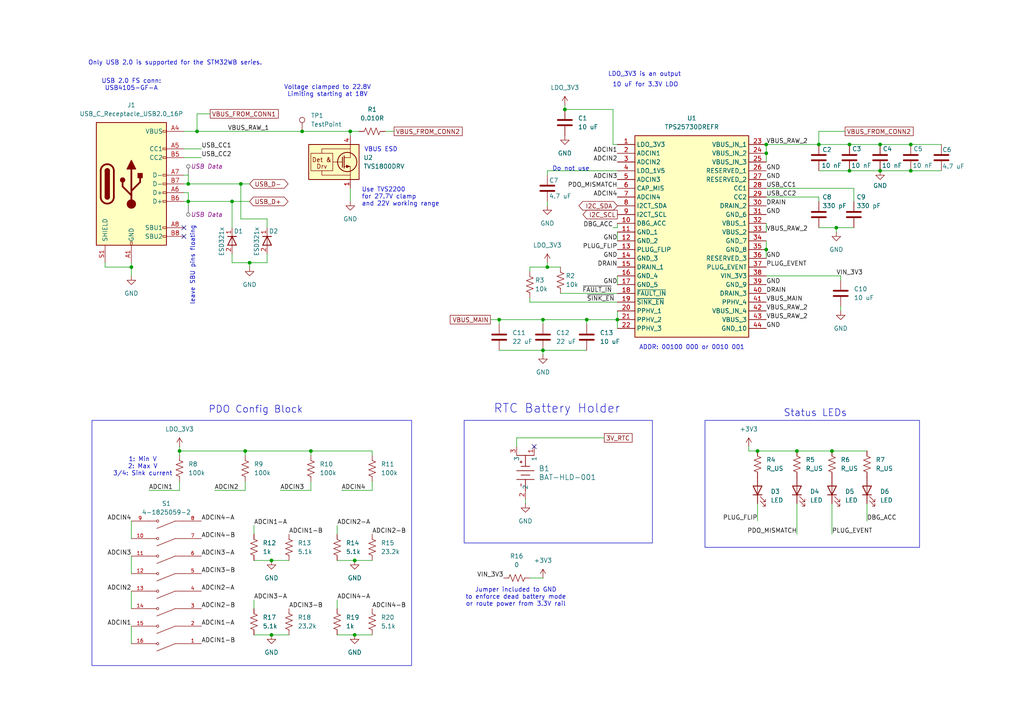
<source format=kicad_sch>
(kicad_sch (version 20231120) (generator "eeschema") (generator_version "8.0")
  (paper "A4")
  (title_block (title "Jakka1") (rev "1") (company "Jacob Kapala"))
  (lib_symbols
    (symbol "Connector:TestPoint" (pin_numbers hide) (pin_names (offset 0.762) hide)
      (property "Reference" "TP" (at 0 6.858 0))
      (property "Value" "TestPoint" (at 0 5.08 0))
      (symbol "TestPoint_0_1"
        (circle (center 0 3.302) (radius 0.762))
      )
      (symbol "TestPoint_1_1"
        (pin passive line (at 0 0 90) (length 2.54) (name "1") (number "1"))
      )
    )
    (symbol "Connector:USB_C_Receptacle_USB2.0_16P" (pin_names (offset 1.016))
      (property "Reference" "J" (at 0 22.225 0))
      (property "Value" "USB_C_Receptacle_USB2.0_16P" (at 0 19.685 0))
      (symbol "USB_C_Receptacle_USB2.0_16P_0_0"
        (rectangle (start -0.254 -17.78) (end 0.254 -16.764))
        (rectangle (start 10.16 -14.986) (end 9.144 -15.494))
        (rectangle (start 10.16 -12.446) (end 9.144 -12.954))
        (rectangle (start 10.16 -4.826) (end 9.144 -5.334))
        (rectangle (start 10.16 -2.286) (end 9.144 -2.794))
        (rectangle (start 10.16 0.254) (end 9.144 -0.254))
        (rectangle (start 10.16 2.794) (end 9.144 2.286))
        (rectangle (start 10.16 7.874) (end 9.144 7.366))
        (rectangle (start 10.16 10.414) (end 9.144 9.906))
        (rectangle (start 10.16 15.494) (end 9.144 14.986))
      )
      (symbol "USB_C_Receptacle_USB2.0_16P_0_1"
        (rectangle (start -10.16 17.78) (end 10.16 -17.78) (stroke (width 0.254)) (fill (type background)))
        (arc (start -8.89 -3.81) (mid -6.985 -5.7067) (end -5.08 -3.81) (stroke (width 0.508)))
        (arc (start -7.62 -3.81) (mid -6.985 -4.4423) (end -6.35 -3.81) (stroke (width 0.254)))
        (arc (start -7.62 -3.81) (mid -6.985 -4.4423) (end -6.35 -3.81) (stroke (width 0.254)) (fill (type outline)))
        (rectangle (start -7.62 -3.81) (end -6.35 3.81) (stroke (width 0.254)) (fill (type outline)))
        (arc (start -6.35 3.81) (mid -6.985 4.4423) (end -7.62 3.81) (stroke (width 0.254)))
        (arc (start -6.35 3.81) (mid -6.985 4.4423) (end -7.62 3.81) (stroke (width 0.254)) (fill (type outline)))
        (arc (start -5.08 3.81) (mid -6.985 5.7067) (end -8.89 3.81) (stroke (width 0.508)))
        (circle (center -2.54 1.143) (radius 0.635) (stroke (width 0.254)) (fill (type outline)))
        (circle (center 0 -5.842) (radius 1.27) (fill (type outline)))
        (polyline (pts (xy -8.89 -3.81) (xy -8.89 3.81)) (stroke (width 0.508)))
        (polyline (pts (xy -5.08 3.81) (xy -5.08 -3.81)) (stroke (width 0.508)))
        (polyline (pts (xy 0 -5.842) (xy 0 4.318)) (stroke (width 0.508)))
        (polyline (pts (xy 0 -3.302) (xy -2.54 -0.762) (xy -2.54 0.508)) (stroke (width 0.508)))
        (polyline (pts (xy 0 -2.032) (xy 2.54 0.508) (xy 2.54 1.778)) (stroke (width 0.508)))
        (polyline (pts (xy -1.27 4.318) (xy 0 6.858) (xy 1.27 4.318) (xy -1.27 4.318)) (stroke (width 0.254)) (fill (type outline)))
        (rectangle (start 1.905 1.778) (end 3.175 3.048) (stroke (width 0.254)) (fill (type outline)))
      )
      (symbol "USB_C_Receptacle_USB2.0_16P_1_1"
        (pin passive line (at 0 -22.86 90) (length 5.08) (name "GND") (number "A1"))
        (pin passive line (at 0 -22.86 90) (length 5.08) hide (name "GND") (number "A12"))
        (pin passive line (at 15.24 15.24 180) (length 5.08) (name "VBUS") (number "A4"))
        (pin bidirectional line (at 15.24 10.16 180) (length 5.08) (name "CC1") (number "A5"))
        (pin bidirectional line (at 15.24 -2.54 180) (length 5.08) (name "D+") (number "A6"))
        (pin bidirectional line (at 15.24 2.54 180) (length 5.08) (name "D-") (number "A7"))
        (pin bidirectional line (at 15.24 -12.7 180) (length 5.08) (name "SBU1") (number "A8"))
        (pin passive line (at 15.24 15.24 180) (length 5.08) hide (name "VBUS") (number "A9"))
        (pin passive line (at 0 -22.86 90) (length 5.08) hide (name "GND") (number "B1"))
        (pin passive line (at 0 -22.86 90) (length 5.08) hide (name "GND") (number "B12"))
        (pin passive line (at 15.24 15.24 180) (length 5.08) hide (name "VBUS") (number "B4"))
        (pin bidirectional line (at 15.24 7.62 180) (length 5.08) (name "CC2") (number "B5"))
        (pin bidirectional line (at 15.24 -5.08 180) (length 5.08) (name "D+") (number "B6"))
        (pin bidirectional line (at 15.24 0 180) (length 5.08) (name "D-") (number "B7"))
        (pin bidirectional line (at 15.24 -15.24 180) (length 5.08) (name "SBU2") (number "B8"))
        (pin passive line (at 15.24 15.24 180) (length 5.08) hide (name "VBUS") (number "B9"))
        (pin passive line (at -7.62 -22.86 90) (length 5.08) (name "SHIELD") (number "S1"))
      )
    )
    (symbol "Device:C" (pin_numbers hide) (pin_names (offset 0.254))
      (property "Reference" "C" (at 0.635 2.54 0))
      (property "Value" "C" (at 0.635 -2.54 0))
      (symbol "C_0_1"
        (polyline (pts (xy -2.032 -0.762) (xy 2.032 -0.762)) (stroke (width 0.508)))
        (polyline (pts (xy -2.032 0.762) (xy 2.032 0.762)) (stroke (width 0.508)))
      )
      (symbol "C_1_1"
        (pin passive line (at 0 3.81 270) (length 2.794) (name "~") (number "1"))
        (pin passive line (at 0 -3.81 90) (length 2.794) (name "~") (number "2"))
      )
    )
    (symbol "Device:LED" (pin_numbers hide) (pin_names (offset 1.016) hide)
      (property "Reference" "D" (at 0 2.54 0))
      (property "Value" "LED" (at 0 -2.54 0))
      (symbol "LED_0_1"
        (polyline (pts (xy -1.27 -1.27) (xy -1.27 1.27)) (stroke (width 0.254)))
        (polyline (pts (xy -1.27 0) (xy 1.27 0)))
        (polyline (pts (xy 1.27 -1.27) (xy 1.27 1.27) (xy -1.27 0) (xy 1.27 -1.27)) (stroke (width 0.254)))
        (polyline (pts (xy -3.048 -0.762) (xy -4.572 -2.286) (xy -3.81 -2.286) (xy -4.572 -2.286) (xy -4.572 -1.524)))
        (polyline (pts (xy -1.778 -0.762) (xy -3.302 -2.286) (xy -2.54 -2.286) (xy -3.302 -2.286) (xy -3.302 -1.524)))
      )
      (symbol "LED_1_1"
        (pin passive line (at -3.81 0 0) (length 2.54) (name "K") (number "1"))
        (pin passive line (at 3.81 0 180) (length 2.54) (name "A") (number "2"))
      )
    )
    (symbol "Device:R_US" (pin_numbers hide) (pin_names (offset 0))
      (property "Reference" "R" (at 2.54 0 90))
      (property "Value" "R_US" (at -2.54 0 90))
      (symbol "R_US_0_1"
        (polyline (pts (xy 0 -2.286) (xy 0 -2.54)))
        (polyline (pts (xy 0 2.286) (xy 0 2.54)))
        (polyline (pts (xy 0 -0.762) (xy 1.016 -1.143) (xy 0 -1.524) (xy -1.016 -1.905) (xy 0 -2.286)))
        (polyline (pts (xy 0 0.762) (xy 1.016 0.381) (xy 0 0) (xy -1.016 -0.381) (xy 0 -0.762)))
        (polyline (pts (xy 0 2.286) (xy 1.016 1.905) (xy 0 1.524) (xy -1.016 1.143) (xy 0 0.762)))
      )
      (symbol "R_US_1_1"
        (pin passive line (at 0 3.81 270) (length 1.27) (name "~") (number "1"))
        (pin passive line (at 0 -3.81 90) (length 1.27) (name "~") (number "2"))
      )
    )
    (symbol "Power_Protection:TVS1800DRV" (pin_names (offset 0) hide)
      (property "Reference" "U" (at 2.54 1.27 0))
      (property "Value" "TVS1800DRV" (at 2.54 -1.27 0))
      (symbol "TVS1800DRV_0_0"
        (rectangle (start -11.43 2.54) (end -5.08 -2.54))
        (polyline (pts (xy 0 1.27) (xy -1.778 1.27)))
        (polyline (pts (xy -8.255 -2.54) (xy -8.255 -3.81) (xy 0 -3.81)))
        (polyline (pts (xy -8.255 2.54) (xy -8.255 3.81) (xy 0 3.81)))
        (text "Det &" (at -8.255 0.635 0) (effects (font (size 1.27 1.27))))
        (text "Drv" (at -8.255 -1.27 0) (effects (font (size 1.27 1.27))))
      )
      (symbol "TVS1800DRV_0_1"
        (rectangle (start -12.065 5.08) (end 2.54 -5.08) (stroke (width 0.254)) (fill (type background)))
        (circle (center -0.889 0) (radius 2.794) (stroke (width 0.254)))
        (polyline (pts (xy -2.286 0) (xy -5.08 0)))
        (polyline (pts (xy -2.286 1.397) (xy -2.286 -1.524)) (stroke (width 0.254)))
        (polyline (pts (xy -1.778 1.778) (xy -1.778 -1.778)) (stroke (width 0.254)))
        (polyline (pts (xy 0 -2.54) (xy 0 -5.08)))
        (polyline (pts (xy 0 2.54) (xy 0 1.27)))
        (polyline (pts (xy 0 5.08) (xy 0 2.54)))
        (polyline (pts (xy 0 -2.54) (xy 0 -1.27) (xy -1.778 -1.27)))
        (polyline (pts (xy -0.127 -1.27) (xy -1.143 -1.651) (xy -1.143 -0.889) (xy -0.127 -1.27)) (fill (type outline)))
      )
      (symbol "TVS1800DRV_1_1"
        (pin power_in line (at 0 -7.62 90) (length 2.54) (name "GND") (number "1"))
        (pin passive line (at 0 -7.62 90) (length 2.54) hide (name "GND") (number "2"))
        (pin passive line (at 0 -7.62 90) (length 2.54) hide (name "GND") (number "3"))
        (pin passive line (at 0 7.62 270) (length 2.54) (name "IN") (number "4"))
        (pin passive line (at 0 7.62 270) (length 2.54) hide (name "IN") (number "5"))
        (pin passive line (at 0 7.62 270) (length 2.54) hide (name "IN") (number "6"))
        (pin passive line (at 0 -7.62 90) (length 2.54) hide (name "GND") (number "7"))
      )
    )
    (symbol "jka_library:4-1825059-2" (pin_names (offset 1.016) hide)
      (property "Reference" "S" (at -5.08 21.59 0))
      (property "Value" "4-1825059-2" (at -5.08 -22.86 0))
      (symbol "4-1825059-2_0_0"
        (polyline (pts (xy -2.54 -17.78) (xy -5.08 -17.78)) (stroke (width 0.1524)))
        (polyline (pts (xy -2.54 -17.78) (xy 2.794 -15.6464)) (stroke (width 0.1524)))
        (polyline (pts (xy -2.54 -12.7) (xy -5.08 -12.7)) (stroke (width 0.1524)))
        (polyline (pts (xy -2.54 -12.7) (xy 2.794 -10.5664)) (stroke (width 0.1524)))
        (polyline (pts (xy -2.54 -7.62) (xy -5.08 -7.62)) (stroke (width 0.1524)))
        (polyline (pts (xy -2.54 -7.62) (xy 2.794 -5.4864)) (stroke (width 0.1524)))
        (polyline (pts (xy -2.54 -2.54) (xy -5.08 -2.54)) (stroke (width 0.1524)))
        (polyline (pts (xy -2.54 -2.54) (xy 2.794 -0.4064)) (stroke (width 0.1524)))
        (polyline (pts (xy -2.54 2.54) (xy -5.08 2.54)) (stroke (width 0.1524)))
        (polyline (pts (xy -2.54 2.54) (xy 2.794 4.6736)) (stroke (width 0.1524)))
        (polyline (pts (xy -2.54 7.62) (xy -5.08 7.62)) (stroke (width 0.1524)))
        (polyline (pts (xy -2.54 7.62) (xy 2.794 9.7536)) (stroke (width 0.1524)))
        (polyline (pts (xy -2.54 12.7) (xy -5.08 12.7)) (stroke (width 0.1524)))
        (polyline (pts (xy -2.54 12.7) (xy 2.794 14.8336)) (stroke (width 0.1524)))
        (polyline (pts (xy -2.54 17.78) (xy -5.08 17.78)) (stroke (width 0.1524)))
        (polyline (pts (xy -2.54 17.78) (xy 2.794 19.9136)) (stroke (width 0.1524)))
        (polyline (pts (xy 5.08 -17.78) (xy 2.921 -17.78)) (stroke (width 0.1524)))
        (polyline (pts (xy 5.08 -12.7) (xy 2.921 -12.7)) (stroke (width 0.1524)))
        (polyline (pts (xy 5.08 -7.62) (xy 2.921 -7.62)) (stroke (width 0.1524)))
        (polyline (pts (xy 5.08 -2.54) (xy 2.921 -2.54)) (stroke (width 0.1524)))
        (polyline (pts (xy 5.08 2.54) (xy 2.921 2.54)) (stroke (width 0.1524)))
        (polyline (pts (xy 5.08 7.62) (xy 2.921 7.62)) (stroke (width 0.1524)))
        (polyline (pts (xy 5.08 12.7) (xy 2.921 12.7)) (stroke (width 0.1524)))
        (polyline (pts (xy 5.08 17.78) (xy 2.921 17.78)) (stroke (width 0.1524)))
        (circle (center 2.54 -17.78) (radius 0.3302) (stroke (width 0.1524)))
        (circle (center 2.54 -12.7) (radius 0.3302) (stroke (width 0.1524)))
        (circle (center 2.54 -7.62) (radius 0.3302) (stroke (width 0.1524)))
        (circle (center 2.54 -2.54) (radius 0.3302) (stroke (width 0.1524)))
        (circle (center 2.54 2.54) (radius 0.3302) (stroke (width 0.1524)))
        (circle (center 2.54 7.62) (radius 0.3302) (stroke (width 0.1524)))
        (circle (center 2.54 12.7) (radius 0.3302) (stroke (width 0.1524)))
        (circle (center 2.54 17.78) (radius 0.3302) (stroke (width 0.1524)))
        (pin passive line (at -10.16 17.78 0) (length 5.08) (name "~") (number "1"))
        (pin passive line (at 10.16 -12.7 180) (length 5.08) (name "~") (number "10"))
        (pin passive line (at 10.16 -7.62 180) (length 5.08) (name "~") (number "11"))
        (pin passive line (at 10.16 -2.54 180) (length 5.08) (name "~") (number "12"))
        (pin passive line (at 10.16 2.54 180) (length 5.08) (name "~") (number "13"))
        (pin passive line (at 10.16 7.62 180) (length 5.08) (name "~") (number "14"))
        (pin passive line (at 10.16 12.7 180) (length 5.08) (name "~") (number "15"))
        (pin passive line (at 10.16 17.78 180) (length 5.08) (name "~") (number "16"))
        (pin passive line (at -10.16 12.7 0) (length 5.08) (name "~") (number "2"))
        (pin passive line (at -10.16 7.62 0) (length 5.08) (name "~") (number "3"))
        (pin passive line (at -10.16 2.54 0) (length 5.08) (name "~") (number "4"))
        (pin passive line (at -10.16 -2.54 0) (length 5.08) (name "~") (number "5"))
        (pin passive line (at -10.16 -7.62 0) (length 5.08) (name "~") (number "6"))
        (pin passive line (at -10.16 -12.7 0) (length 5.08) (name "~") (number "7"))
        (pin passive line (at -10.16 -17.78 0) (length 5.08) (name "~") (number "8"))
        (pin passive line (at 10.16 -17.78 180) (length 5.08) (name "~") (number "9"))
      )
    )
    (symbol "jka_library:BAT-HLD-001" (pin_names (offset 0.254))
      (property "Reference" "B" (at 7.62 5.08 0))
      (property "Value" "BAT-HLD-001" (at 7.62 5.08 0))
      (symbol "BAT-HLD-001_0_1"
        (polyline (pts (xy 2.54 -5.08) (xy 2.54 0)) (stroke (width 0.2032)))
        (polyline (pts (xy 2.54 -2.54) (xy 5.715 -2.54)) (stroke (width 0.2032)))
        (polyline (pts (xy 4.1275 -3.81) (xy 4.7625 -3.81)) (stroke (width 0.2032)))
        (polyline (pts (xy 4.445 -4.1275) (xy 4.445 -3.4925)) (stroke (width 0.2032)))
        (polyline (pts (xy 5.715 -1.27) (xy 5.715 -3.81)) (stroke (width 0.2032)))
        (polyline (pts (xy 6.985 0) (xy 6.985 -5.08)) (stroke (width 0.2032)))
        (polyline (pts (xy 8.255 -1.27) (xy 8.255 -3.81)) (stroke (width 0.2032)))
        (polyline (pts (xy 9.525 0) (xy 9.525 -5.08)) (stroke (width 0.2032)))
        (polyline (pts (xy 10.795 -3.81) (xy 11.43 -3.81)) (stroke (width 0.2032)))
        (polyline (pts (xy 12.7 -2.54) (xy 9.525 -2.54)) (stroke (width 0.2032)))
        (pin unspecified line (at 0 0 0) (length 2.54) (name "1") (number "1"))
        (pin unspecified line (at 15.24 -2.54 180) (length 2.54) (name "2") (number "2"))
        (pin unspecified line (at 0 -5.08 0) (length 2.54) (name "3") (number "3"))
      )
    )
    (symbol "jka_library:ESD321DYAR" (pin_names hide)
      (property "Reference" "D" (at -0.254 5.08 0))
      (property "Value" "ESD321DYAR" (at -0.254 2.54 0))
      (symbol "ESD321DYAR_0_1"
        (polyline (pts (xy 2.54 -1.27) (xy 2.54 1.27)) (stroke (width 0.254)))
        (polyline (pts (xy 2.54 0) (xy 5.08 0)))
        (polyline (pts (xy 5.08 -1.27) (xy 5.08 1.27) (xy 2.54 0) (xy 5.08 -1.27)) (stroke (width 0.254)))
      )
      (symbol "ESD321DYAR_1_1"
        (pin passive line (at 0 0 0) (length 2.54) (name "K") (number "1"))
        (pin passive line (at 7.62 0 180) (length 2.54) (name "A") (number "2"))
      )
    )
    (symbol "jka_library:TPS25730DREFR"
      (property "Reference" "IC" (at 39.37 7.62 0))
      (property "Value" "TPS25730DREFR" (at 39.37 5.08 0))
      (symbol "TPS25730DREFR_1_1"
        (rectangle (start 5.08 2.54) (end 38.1 -55.88) (stroke (width 0.254)) (fill (type background)))
        (pin passive line (at 0 0 0) (length 5.08) (name "LDO_3V3") (number "1"))
        (pin passive line (at 0 -22.86 0) (length 5.08) (name "DBG_ACC") (number "10"))
        (pin passive line (at 0 -25.4 0) (length 5.08) (name "GND_1") (number "11"))
        (pin passive line (at 0 -27.94 0) (length 5.08) (name "GND_2") (number "12"))
        (pin passive line (at 0 -30.48 0) (length 5.08) (name "PLUG_FLIP") (number "13"))
        (pin passive line (at 0 -33.02 0) (length 5.08) (name "GND_3") (number "14"))
        (pin passive line (at 0 -35.56 0) (length 5.08) (name "DRAIN_1") (number "15"))
        (pin passive line (at 0 -38.1 0) (length 5.08) (name "GND_4") (number "16"))
        (pin passive line (at 0 -40.64 0) (length 5.08) (name "GND_5") (number "17"))
        (pin passive line (at 0 -43.18 0) (length 5.08) (name "~{FAULT_IN}") (number "18"))
        (pin passive line (at 0 -45.72 0) (length 5.08) (name "~{SINK_EN}") (number "19"))
        (pin passive line (at 0 -2.54 0) (length 5.08) (name "ADCIN1") (number "2"))
        (pin passive line (at 0 -48.26 0) (length 5.08) (name "PPHV_1") (number "20"))
        (pin passive line (at 0 -50.8 0) (length 5.08) (name "PPHV_2") (number "21"))
        (pin passive line (at 0 -53.34 0) (length 5.08) (name "PPHV_3") (number "22"))
        (pin passive line (at 43.18 0 180) (length 5.08) (name "VBUS_IN_1") (number "23"))
        (pin passive line (at 43.18 -2.54 180) (length 5.08) (name "VBUS_IN_2") (number "24"))
        (pin passive line (at 43.18 -5.08 180) (length 5.08) (name "VBUS_IN_3") (number "25"))
        (pin passive line (at 43.18 -7.62 180) (length 5.08) (name "RESERVED_1") (number "26"))
        (pin passive line (at 43.18 -10.16 180) (length 5.08) (name "RESERVED_2") (number "27"))
        (pin passive line (at 43.18 -12.7 180) (length 5.08) (name "CC1") (number "28"))
        (pin passive line (at 43.18 -15.24 180) (length 5.08) (name "CC2") (number "29"))
        (pin passive line (at 0 -5.08 0) (length 5.08) (name "ADCIN2") (number "3"))
        (pin passive line (at 43.18 -17.78 180) (length 5.08) (name "DRAIN_2") (number "30"))
        (pin passive line (at 43.18 -20.32 180) (length 5.08) (name "GND_6") (number "31"))
        (pin passive line (at 43.18 -22.86 180) (length 5.08) (name "VBUS_1") (number "32"))
        (pin passive line (at 43.18 -25.4 180) (length 5.08) (name "VBUS_2") (number "33"))
        (pin passive line (at 43.18 -27.94 180) (length 5.08) (name "GND_7") (number "34"))
        (pin passive line (at 43.18 -30.48 180) (length 5.08) (name "GND_8") (number "35"))
        (pin passive line (at 43.18 -33.02 180) (length 5.08) (name "RESERVED_3") (number "36"))
        (pin passive line (at 43.18 -35.56 180) (length 5.08) (name "PLUG_EVENT") (number "37"))
        (pin passive line (at 43.18 -38.1 180) (length 5.08) (name "VIN_3V3") (number "38"))
        (pin passive line (at 43.18 -40.64 180) (length 5.08) (name "GND_9") (number "39"))
        (pin passive line (at 0 -7.62 0) (length 5.08) (name "LDO_1V5") (number "4"))
        (pin passive line (at 43.18 -43.18 180) (length 5.08) (name "DRAIN_3") (number "40"))
        (pin passive line (at 43.18 -45.72 180) (length 5.08) (name "PPHV_4") (number "41"))
        (pin passive line (at 43.18 -48.26 180) (length 5.08) (name "VBUS_IN_4") (number "42"))
        (pin passive line (at 43.18 -50.8 180) (length 5.08) (name "VBUS_3") (number "43"))
        (pin passive line (at 43.18 -53.34 180) (length 5.08) (name "GND_10") (number "44"))
        (pin passive line (at 0 -10.16 0) (length 5.08) (name "ADCIN3") (number "5"))
        (pin passive line (at 0 -12.7 0) (length 5.08) (name "CAP_MIS") (number "6"))
        (pin passive line (at 0 -15.24 0) (length 5.08) (name "ADCIN4") (number "7"))
        (pin passive line (at 0 -17.78 0) (length 5.08) (name "I2CT_SDA") (number "8"))
        (pin passive line (at 0 -20.32 0) (length 5.08) (name "I2CT_SCL") (number "9"))
      )
    )
    (symbol "power:+3V3" (power) (pin_numbers hide) (pin_names (offset 0) hide)
      (property "Value" "+3V3" (at 0 3.556 0))
      (symbol "+3V3_0_1"
        (polyline (pts (xy -0.762 1.27) (xy 0 2.54)))
        (polyline (pts (xy 0 0) (xy 0 2.54)))
        (polyline (pts (xy 0 2.54) (xy 0.762 1.27)))
      )
      (symbol "+3V3_1_1"
        (pin power_in line (at 0 0 90) (length 0) (name "~") (number "1"))
      )
    )
    (symbol "power:GND" (power) (pin_numbers hide) (pin_names (offset 0) hide)
      (property "Value" "GND" (at 0 -3.81 0))
      (symbol "GND_0_1"
        (polyline (pts (xy 0 0) (xy 0 -1.27) (xy 1.27 -1.27) (xy 0 -2.54) (xy -1.27 -1.27) (xy 0 -1.27)))
      )
      (symbol "GND_1_1"
        (pin power_in line (at 0 0 270) (length 0) (name "~") (number "1"))
      )
    )
    (symbol "power:VCC" (power) (pin_numbers hide) (pin_names (offset 0) hide)
      (property "Value" "VCC" (at 0 3.556 0))
      (symbol "VCC_0_1"
        (polyline (pts (xy -0.762 1.27) (xy 0 2.54)))
        (polyline (pts (xy 0 0) (xy 0 2.54)))
        (polyline (pts (xy 0 2.54) (xy 0.762 1.27)))
      )
      (symbol "VCC_1_1"
        (pin power_in line (at 0 0 90) (length 0) (name "~") (number "1"))
      )
    )
  )
  (junction (at 78.74 184.15))
  (junction (at 179.07 92.71))
  (junction (at 264.16 49.53))
  (junction (at 219.71 130.81))
  (junction (at 242.57 66.04))
  (junction (at 57.15 38.1))
  (junction (at 158.75 77.47))
  (junction (at 255.27 49.53))
  (junction (at 102.87 162.56))
  (junction (at 222.25 41.91))
  (junction (at 222.25 44.45))
  (junction (at 264.16 41.91))
  (junction (at 246.38 49.53))
  (junction (at 67.31 58.42))
  (junction (at 222.25 72.39))
  (junction (at 72.39 76.2))
  (junction (at 78.74 162.56))
  (junction (at 163.83 31.75))
  (junction (at 237.49 41.91))
  (junction (at 157.48 92.71))
  (junction (at 246.38 41.91))
  (junction (at 52.07 130.81))
  (junction (at 170.18 92.71))
  (junction (at 90.17 130.81))
  (junction (at 231.14 130.81))
  (junction (at 69.85 53.34))
  (junction (at 255.27 41.91))
  (junction (at 87.63 38.1))
  (junction (at 102.87 184.15))
  (junction (at 144.78 92.71))
  (junction (at 71.12 130.81))
  (junction (at 157.48 101.6))
  (junction (at 38.1 77.47))
  (junction (at 54.61 53.34))
  (junction (at 54.61 58.42))
  (junction (at 101.6 38.1))
  (junction (at 241.3 130.81))
  (no_connect (at 53.34 68.58))
  (no_connect (at 53.34 66.04))
  (no_connect (at 154.94 129.54))
  (wire (pts (xy 53.34 43.18) (xy 58.42 43.18)))
  (wire (pts (xy 71.12 139.7) (xy 71.12 142.24)))
  (wire (pts (xy 67.31 76.2) (xy 72.39 76.2)))
  (wire (pts (xy 153.67 87.63) (xy 179.07 87.63)))
  (wire (pts (xy 251.46 146.05) (xy 251.46 151.13)))
  (wire (pts (xy 179.07 69.85) (xy 179.07 67.31)))
  (wire (pts (xy 170.18 92.71) (xy 179.07 92.71)))
  (wire (pts (xy 38.1 171.45) (xy 38.1 176.53)))
  (wire (pts (xy 264.16 41.91) (xy 273.05 41.91)))
  (wire (pts (xy 231.14 130.81) (xy 241.3 130.81)))
  (wire (pts (xy 90.17 130.81) (xy 71.12 130.81)))
  (wire (pts (xy 157.48 101.6) (xy 157.48 102.87)))
  (wire (pts (xy 73.66 184.15) (xy 78.74 184.15)))
  (wire (pts (xy 52.07 129.54) (xy 52.07 130.81)))
  (wire (pts (xy 101.6 39.37) (xy 101.6 38.1)))
  (wire (pts (xy 222.25 72.39) (xy 222.25 74.93)))
  (wire (pts (xy 54.61 53.34) (xy 69.85 53.34)))
  (wire (pts (xy 77.47 66.04) (xy 77.47 63.5)))
  (wire (pts (xy 219.71 146.05) (xy 219.71 151.13)))
  (wire (pts (xy 237.49 49.53) (xy 246.38 49.53)))
  (wire (pts (xy 179.07 90.17) (xy 179.07 92.71)))
  (wire (pts (xy 142.24 92.71) (xy 144.78 92.71)))
  (wire (pts (xy 157.48 93.98) (xy 157.48 92.71)))
  (wire (pts (xy 53.34 50.8) (xy 54.61 50.8)))
  (wire (pts (xy 78.74 184.15) (xy 83.82 184.15)))
  (wire (pts (xy 53.34 45.72) (xy 58.42 45.72)))
  (wire (pts (xy 97.79 162.56) (xy 102.87 162.56)))
  (wire (pts (xy 57.15 33.02) (xy 57.15 38.1)))
  (wire (pts (xy 247.65 54.61) (xy 247.65 58.42)))
  (wire (pts (xy 153.67 77.47) (xy 153.67 78.74)))
  (wire (pts (xy 163.83 31.75) (xy 177.8 31.75)))
  (wire (pts (xy 177.8 41.91) (xy 179.07 41.91)))
  (wire (pts (xy 78.74 162.56) (xy 83.82 162.56)))
  (wire (pts (xy 237.49 57.15) (xy 222.25 57.15)))
  (wire (pts (xy 38.1 76.2) (xy 38.1 77.47)))
  (wire (pts (xy 30.48 76.2) (xy 30.48 77.47)))
  (wire (pts (xy 217.17 130.81) (xy 219.71 130.81)))
  (wire (pts (xy 97.79 184.15) (xy 102.87 184.15)))
  (wire (pts (xy 144.78 93.98) (xy 144.78 92.71)))
  (wire (pts (xy 162.56 85.09) (xy 179.07 85.09)))
  (wire (pts (xy 107.95 142.24) (xy 99.06 142.24)))
  (wire (pts (xy 163.83 30.48) (xy 163.83 31.75)))
  (wire (pts (xy 52.07 139.7) (xy 52.07 142.24)))
  (wire (pts (xy 107.95 139.7) (xy 107.95 142.24)))
  (wire (pts (xy 149.86 127) (xy 175.26 127)))
  (wire (pts (xy 231.14 146.05) (xy 231.14 154.94)))
  (wire (pts (xy 179.07 66.04) (xy 179.07 64.77)))
  (wire (pts (xy 243.84 90.17) (xy 243.84 88.9)))
  (wire (pts (xy 242.57 67.31) (xy 242.57 66.04)))
  (wire (pts (xy 245.11 38.1) (xy 237.49 38.1)))
  (wire (pts (xy 170.18 92.71) (xy 170.18 93.98)))
  (wire (pts (xy 53.34 53.34) (xy 54.61 53.34)))
  (wire (pts (xy 107.95 132.08) (xy 107.95 130.81)))
  (wire (pts (xy 73.66 152.4) (xy 73.66 154.94)))
  (wire (pts (xy 73.66 173.99) (xy 73.66 176.53)))
  (wire (pts (xy 264.16 49.53) (xy 273.05 49.53)))
  (wire (pts (xy 177.8 31.75) (xy 177.8 41.91)))
  (wire (pts (xy 38.1 161.29) (xy 38.1 166.37)))
  (wire (pts (xy 179.07 92.71) (xy 179.07 95.25)))
  (wire (pts (xy 222.25 44.45) (xy 222.25 46.99)))
  (wire (pts (xy 149.86 129.54) (xy 149.86 127)))
  (wire (pts (xy 71.12 130.81) (xy 71.12 132.08)))
  (wire (pts (xy 237.49 58.42) (xy 237.49 57.15)))
  (wire (pts (xy 237.49 38.1) (xy 237.49 41.91)))
  (wire (pts (xy 52.07 142.24) (xy 43.18 142.24)))
  (wire (pts (xy 77.47 76.2) (xy 77.47 73.66)))
  (wire (pts (xy 90.17 132.08) (xy 90.17 130.81)))
  (wire (pts (xy 53.34 55.88) (xy 54.61 55.88)))
  (wire (pts (xy 247.65 54.61) (xy 222.25 54.61)))
  (wire (pts (xy 72.39 76.2) (xy 77.47 76.2)))
  (wire (pts (xy 54.61 58.42) (xy 53.34 58.42)))
  (wire (pts (xy 255.27 49.53) (xy 264.16 49.53)))
  (wire (pts (xy 157.48 92.71) (xy 170.18 92.71)))
  (wire (pts (xy 179.07 82.55) (xy 179.07 80.01)))
  (wire (pts (xy 242.57 66.04) (xy 247.65 66.04)))
  (wire (pts (xy 219.71 130.81) (xy 231.14 130.81)))
  (wire (pts (xy 241.3 146.05) (xy 241.3 154.94)))
  (wire (pts (xy 157.48 167.64) (xy 153.67 167.64)))
  (wire (pts (xy 54.61 53.34) (xy 54.61 50.8)))
  (wire (pts (xy 38.1 181.61) (xy 38.1 186.69)))
  (wire (pts (xy 102.87 162.56) (xy 107.95 162.56)))
  (wire (pts (xy 158.75 49.53) (xy 158.75 50.8)))
  (wire (pts (xy 222.25 80.01) (xy 243.84 80.01)))
  (wire (pts (xy 157.48 101.6) (xy 170.18 101.6)))
  (wire (pts (xy 102.87 184.15) (xy 107.95 184.15)))
  (wire (pts (xy 53.34 38.1) (xy 57.15 38.1)))
  (wire (pts (xy 54.61 58.42) (xy 67.31 58.42)))
  (wire (pts (xy 67.31 58.42) (xy 67.31 66.04)))
  (wire (pts (xy 57.15 38.1) (xy 87.63 38.1)))
  (wire (pts (xy 97.79 152.4) (xy 97.79 154.94)))
  (wire (pts (xy 222.25 69.85) (xy 222.25 72.39)))
  (wire (pts (xy 69.85 53.34) (xy 69.85 63.5)))
  (wire (pts (xy 107.95 130.81) (xy 90.17 130.81)))
  (wire (pts (xy 87.63 38.1) (xy 101.6 38.1)))
  (wire (pts (xy 158.75 76.2) (xy 158.75 77.47)))
  (wire (pts (xy 222.25 41.91) (xy 237.49 41.91)))
  (wire (pts (xy 38.1 151.13) (xy 38.1 156.21)))
  (wire (pts (xy 246.38 41.91) (xy 255.27 41.91)))
  (wire (pts (xy 237.49 41.91) (xy 246.38 41.91)))
  (wire (pts (xy 30.48 77.47) (xy 38.1 77.47)))
  (wire (pts (xy 153.67 77.47) (xy 158.75 77.47)))
  (wire (pts (xy 38.1 77.47) (xy 38.1 80.01)))
  (wire (pts (xy 90.17 142.24) (xy 81.28 142.24)))
  (wire (pts (xy 73.66 162.56) (xy 78.74 162.56)))
  (wire (pts (xy 69.85 53.34) (xy 72.39 53.34)))
  (wire (pts (xy 255.27 41.91) (xy 264.16 41.91)))
  (wire (pts (xy 97.79 173.99) (xy 97.79 176.53)))
  (wire (pts (xy 54.61 59.69) (xy 54.61 58.42)))
  (wire (pts (xy 153.67 86.36) (xy 153.67 87.63)))
  (wire (pts (xy 158.75 77.47) (xy 162.56 77.47)))
  (wire (pts (xy 158.75 58.42) (xy 158.75 59.69)))
  (wire (pts (xy 90.17 139.7) (xy 90.17 142.24)))
  (wire (pts (xy 52.07 130.81) (xy 52.07 132.08)))
  (wire (pts (xy 52.07 130.81) (xy 71.12 130.81)))
  (wire (pts (xy 60.96 33.02) (xy 57.15 33.02)))
  (wire (pts (xy 144.78 92.71) (xy 157.48 92.71)))
  (wire (pts (xy 158.75 49.53) (xy 179.07 49.53)))
  (wire (pts (xy 54.61 55.88) (xy 54.61 58.42)))
  (wire (pts (xy 217.17 129.54) (xy 217.17 130.81)))
  (wire (pts (xy 243.84 80.01) (xy 243.84 81.28)))
  (wire (pts (xy 152.4 144.78) (xy 152.4 146.05)))
  (wire (pts (xy 101.6 54.61) (xy 101.6 58.42)))
  (wire (pts (xy 246.38 49.53) (xy 255.27 49.53)))
  (wire (pts (xy 101.6 38.1) (xy 104.14 38.1)))
  (wire (pts (xy 144.78 101.6) (xy 157.48 101.6)))
  (wire (pts (xy 67.31 58.42) (xy 72.39 58.42)))
  (wire (pts (xy 72.39 77.47) (xy 72.39 76.2)))
  (wire (pts (xy 177.8 66.04) (xy 179.07 66.04)))
  (wire (pts (xy 241.3 130.81) (xy 251.46 130.81)))
  (wire (pts (xy 222.25 41.91) (xy 222.25 44.45)))
  (wire (pts (xy 67.31 73.66) (xy 67.31 76.2)))
  (wire (pts (xy 222.25 67.31) (xy 222.25 64.77)))
  (wire (pts (xy 71.12 142.24) (xy 62.23 142.24)))
  (wire (pts (xy 237.49 66.04) (xy 242.57 66.04)))
  (wire (pts (xy 111.76 38.1) (xy 114.3 38.1)))
  (wire (pts (xy 77.47 63.5) (xy 69.85 63.5)))
  (rectangle (start 204.47 121.92) (end 266.7 158.75))
  (rectangle (start 134.62 121.92) (end 189.23 157.48))
  (rectangle (start 26.67 121.92) (end 119.38 193.04))
  (text "USB 2.0 FS conn:\nUSB4105-GF-A" (at 38.1 24.638 0) (effects (font (size 1.27 1.27))))
  (text "Use TVS2200\nfor 27.7V clamp\nand 22V working range" (at 104.902 57.15 0) (effects (font (size 1.27 1.27)) (justify left)))
  (text "1: Min V\n2: Max V\n3/4: Sink current" (at 41.402 135.382 0) (effects (font (size 1.27 1.27))))
  (text "Jumper included to GND\nto enforce dead battery mode\nor route power from 3.3V rail" (at 149.606 173.228 0) (effects (font (size 1.27 1.27))))
  (text "Status LEDs" (at 236.474 119.888 0) (effects (font (size 2.032 2.032))))
  (text "RTC Battery Holder" (at 161.544 118.618 0) (effects (font (size 2.54 2.54))))
  (text "Voltage clamped to 22.8V\nLimiting starting at 18V" (at 94.996 26.416 0) (effects (font (size 1.27 1.27))))
  (text "LDO_3V3 is an output" (at 186.944 21.59 0) (effects (font (size 1.27 1.27))))
  (text "10 uF for 3.3V LDO" (at 187.198 24.638 0) (effects (font (size 1.27 1.27))))
  (text "VBUS ESD" (at 110.49 43.434 0) (effects (font (size 1.27 1.27))))
  (text "ADDR: 00100 000 or 0010 001" (at 200.66 100.838 0) (effects (font (size 1.27 1.27))))
  (text "PDO Config Block" (at 74.168 118.872 0) (effects (font (size 2.032 2.032))))
  (text "leave SBU pins floating" (at 55.88 76.962 90) (effects (font (size 1.27 1.27))))
  (text "Only USB 2.0 is supported for the STM32WB series." (at 50.8 18.288 0) (effects (font (size 1.27 1.27))))
  (text "Do not use" (at 165.608 49.022 0) (effects (font (size 1.27 1.27))))
  (label "ADCIN4-A" (at 58.42 151.13 0))
  (label "ADCIN3-B" (at 58.42 166.37 0))
  (label "ADCIN2-B" (at 107.95 154.94 0))
  (label "GND" (at 222.25 49.53 0))
  (label "ADCIN4-B" (at 58.42 156.21 0))
  (label "GND" (at 179.07 82.55 180))
  (label "GND" (at 222.25 52.07 0))
  (label "PLUG_FLIP" (at 179.07 72.39 180))
  (label "VBUS_RAW_1" (at 66.04 38.1 0))
  (label "PLUG_FLIP" (at 219.71 151.13 180))
  (label "PDO_MISMATCH" (at 231.14 154.94 180))
  (label "ADCIN3" (at 179.07 52.07 180))
  (label "USB_CC1" (at 222.25 54.61 0))
  (label "PDO_MISMATCH" (at 179.07 54.61 180))
  (label "USB_CC1" (at 58.42 43.18 0))
  (label "VBUS_RAW_2" (at 222.25 41.91 0))
  (label "ADCIN1-B" (at 83.82 154.94 0))
  (label "DBG_ACC" (at 177.8 66.04 180))
  (label "ADCIN2" (at 38.1 171.45 180))
  (label "VIN_3V3" (at 146.05 167.64 180))
  (label "PLUG_EVENT" (at 222.25 77.47 0))
  (label "ADCIN4-B" (at 107.95 176.53 0))
  (label "ADCIN4-A" (at 97.79 173.99 0))
  (label "DRAIN" (at 222.25 85.09 0))
  (label "VBUS_RAW_2" (at 222.25 67.31 0))
  (label "VIN_3V3" (at 242.57 80.01 0))
  (label "VBUS_MAIN" (at 222.25 87.63 0))
  (label "ADCIN1-B" (at 58.42 186.69 0))
  (label "VBUS_RAW_2" (at 222.25 92.71 0))
  (label "VBUS_RAW_2" (at 222.25 90.17 0))
  (label "ADCIN4" (at 38.1 151.13 180))
  (label "ADCIN2-B" (at 58.42 176.53 0))
  (label "ADCIN1-A" (at 58.42 181.61 0))
  (label "DRAIN" (at 179.07 77.47 180))
  (label "ADCIN3-B" (at 83.82 176.53 0))
  (label "PLUG_EVENT" (at 241.3 154.94 0))
  (label "ADCIN3" (at 81.28 142.24 0))
  (label "DBG_ACC" (at 251.46 151.13 0))
  (label "DRAIN" (at 222.25 59.69 0))
  (label "ADCIN2" (at 62.23 142.24 0))
  (label "ADCIN4" (at 99.06 142.24 0))
  (label "GND" (at 222.25 62.23 0))
  (label "ADCIN3-A" (at 58.42 161.29 0))
  (label "~{FAULT_IN}" (at 168.91 85.09 0))
  (label "ADCIN1" (at 43.18 142.24 0))
  (label "ADCIN2-A" (at 58.42 171.45 0))
  (label "ADCIN3-A" (at 73.66 173.99 0))
  (label "USB_CC2" (at 222.25 57.15 0))
  (label "ADCIN2-A" (at 97.79 152.4 0))
  (label "ADCIN4" (at 179.07 57.15 180))
  (label "~{SINK_EN}" (at 170.18 87.63 0))
  (label "ADCIN1-A" (at 73.66 152.4 0))
  (label "GND" (at 222.25 74.93 0))
  (label "GND" (at 179.07 69.85 180))
  (label "GND" (at 222.25 82.55 0))
  (label "ADCIN1" (at 38.1 181.61 180))
  (label "ADCIN1" (at 179.07 44.45 180))
  (label "ADCIN3" (at 38.1 161.29 180))
  (label "ADCIN2" (at 179.07 46.99 180))
  (label "GND" (at 179.07 74.93 180))
  (label "USB_CC2" (at 58.42 45.72 0))
  (label "GND" (at 222.25 95.25 0))
  (global_label "VBUS_FROM_CONN1" (shape passive) (at 60.96 33.02 0) (property "Intersheetrefs" "${INTERSHEET_REFS}" (effects (hide yes))))
  (global_label "VBUS_FROM_CONN2" (shape passive) (at 114.3 38.1 0) (property "Intersheetrefs" "${INTERSHEET_REFS}" (effects (hide yes))))
  (global_label "I2C_SDA" (shape bidirectional) (at 179.07 59.69 180) (property "Intersheetrefs" "${INTERSHEET_REFS}" (effects (hide yes))))
  (global_label "3V_RTC" (shape passive) (at 175.26 127 0) (property "Intersheetrefs" "${INTERSHEET_REFS}" (effects (hide yes))))
  (global_label "I2C_SCL" (shape output) (at 179.07 62.23 180) (property "Intersheetrefs" "${INTERSHEET_REFS}" (effects (hide yes))))
  (global_label "USB_D+" (shape bidirectional) (at 72.39 58.42 0) (property "Intersheetrefs" "${INTERSHEET_REFS}" (effects (hide yes))))
  (global_label "VBUS_MAIN" (shape passive) (at 142.24 92.71 180) (property "Intersheetrefs" "${INTERSHEET_REFS}" (effects (hide yes))))
  (global_label "VBUS_FROM_CONN2" (shape passive) (at 245.11 38.1 0) (property "Intersheetrefs" "${INTERSHEET_REFS}" (effects (hide yes))))
  (global_label "USB_D-" (shape bidirectional) (at 72.39 53.34 0) (property "Intersheetrefs" "${INTERSHEET_REFS}" (effects (hide yes))))
  (netclass_flag "" (length 2.54) (shape round) (at 54.61 50.8 0) (property "Netclass" "USB Data" (at 55.3085 48.26 0) (effects (font (italic yes)) (justify left))))
  (netclass_flag "" (length 2.54) (shape round) (at 54.61 59.69 180) (property "Netclass" "USB Data" (at 55.3085 62.23 0) (effects (font (italic yes)) (justify left))))
  (symbol (lib_id "Device:C") (at 237.49 62.23 0) (unit 1)
    (property "Reference" "C8" (at 238.506 57.15 0) (effects (justify left)))
    (property "Value" "330 pF" (at 238.506 59.69 0) (effects (justify left)))
    (property "Footprint" "Capacitor_SMD:C_0603_1608Metric" (effects (hide yes)))
    (property "Description" "Unpolarized capacitor" (effects (hide yes)))
  )
  (symbol (lib_id "Device:C") (at 163.83 35.56 0) (unit 1)
    (property "Reference" "C1" (at 167.64 34.2899 0) (effects (justify left)))
    (property "Value" "10 uF" (at 167.64 36.8299 0) (effects (justify left)))
    (property "Footprint" "Capacitor_SMD:C_0805_2012Metric" (effects (hide yes)))
    (property "Description" "Unpolarized capacitor" (effects (hide yes)))
  )
  (symbol (lib_id "Device:R_US") (at 73.66 158.75 0) (unit 1)
    (property "Reference" "R12" (at 76.2 157.4799 0) (effects (justify left)))
    (property "Value" "1k" (at 76.2 160.0199 0) (effects (justify left)))
    (property "Footprint" "Resistor_SMD:R_0603_1608Metric" (effects (hide yes)))
    (property "Description" "Resistor, US symbol" (effects (hide yes)))
  )
  (symbol (lib_id "Device:R_US") (at 153.67 82.55 0) (unit 1)
    (property "Reference" "R3" (at 155.194 81.28 0) (effects (justify left)))
    (property "Value" "10k" (at 155.194 83.82 0) (effects (justify left)))
    (property "Footprint" "Resistor_SMD:R_0603_1608Metric" (effects (hide yes)))
    (property "Description" "Resistor, US symbol" (effects (hide yes)))
  )
  (symbol (lib_id "power:+3V3") (at 217.17 129.54 0) (unit 1)
    (property "Reference" "#PWR013" (effects (hide yes)))
    (property "Value" "+3V3" (at 217.17 124.46 0))
    (property "Description" "Power symbol creates a global label with name \"+3V3\"" (effects (hide yes)))
  )
  (symbol (lib_id "Device:R_US") (at 107.95 180.34 0) (unit 1)
    (property "Reference" "R20" (at 110.49 179.0699 0) (effects (justify left)))
    (property "Value" "5.1k" (at 110.49 181.6099 0) (effects (justify left)))
    (property "Footprint" "Resistor_SMD:R_0603_1608Metric" (effects (hide yes)))
    (property "Description" "Resistor, US symbol" (effects (hide yes)))
  )
  (symbol (lib_id "power:VCC") (at 158.75 76.2 0) (unit 1)
    (property "Reference" "#PWR07" (effects (hide yes)))
    (property "Value" "LDO_3V3" (at 158.75 71.12 0))
    (property "Description" "Power symbol creates a global label with name \"VCC\"" (effects (hide yes)))
  )
  (symbol (lib_id "Connector:TestPoint") (at 87.63 38.1 0) (unit 1)
    (property "Reference" "TP1" (at 90.17 33.5279 0) (effects (justify left)))
    (property "Value" "TestPoint" (at 90.17 36.0679 0) (effects (justify left)))
    (property "Footprint" "TestPoint:TestPoint_Pad_D1.0mm" (effects (hide yes)))
    (property "Description" "test point" (effects (hide yes)))
  )
  (symbol (lib_id "Device:R_US") (at 83.82 180.34 0) (unit 1)
    (property "Reference" "R18" (at 86.36 179.0699 0) (effects (justify left)))
    (property "Value" "23.2k" (at 86.36 181.6099 0) (effects (justify left)))
    (property "Footprint" "Resistor_SMD:R_0603_1608Metric" (effects (hide yes)))
    (property "Description" "Resistor, US symbol" (effects (hide yes)))
  )
  (symbol (lib_id "jka_library:ESD321DYAR") (at 77.47 66.04 270) (unit 1)
    (property "Reference" "D2" (at 77.978 67.056 90) (effects (justify left)))
    (property "Value" "ESD321x" (at 74.422 65.786 0) (effects (justify left)))
    (property "Footprint" "jka_library:SODFL1608X77N" (effects (hide yes)))
    (property "Datasheet" "https://www.ti.com/lit/ds/symlink/esd321.pdf?HQS=dis-mous-null-mousermode-dsf-pf-null-wwe&ts=1699925294630&ref_url=https%253A%252F%252Fwww.mouser.com%252F" (effects (hide yes)))
    (property "Description" "6.3V (Typ) Clamp 6A (8/20s) Ipp Tvs Diode Surface Mount SOT-5X3" (effects (hide yes)))
    (property "Height" "0.77" (effects (hide yes)))
    (property "Manufacturer_Name" "Texas Instruments" (effects (hide yes)))
    (property "Manufacturer_Part_Number" "ESD321DYAR" (effects (hide yes)))
    (property "Mouser Part Number" "595-ESD321DYAR" (effects (hide yes)))
    (property "Mouser Price/Stock" "https://www.mouser.co.uk/ProductDetail/Texas-Instruments/ESD321DYAR?qs=rQFj71Wb1eXoYwRMra0IYA%3D%3D" (effects (hide yes)))
    (property "Arrow Part Number" "ESD321DYAR" (effects (hide yes)))
    (property "Arrow Price/Stock" "https://www.arrow.com/en/products/esd321dyar/texas-instruments?utm_currency=USD&region=nac" (effects (hide yes)))
  )
  (symbol (lib_id "Device:R_US") (at 97.79 180.34 0) (unit 1)
    (property "Reference" "R19" (at 100.33 179.0699 0) (effects (justify left)))
    (property "Value" "1k" (at 100.33 181.6099 0) (effects (justify left)))
    (property "Footprint" "Resistor_SMD:R_0603_1608Metric" (effects (hide yes)))
    (property "Description" "Resistor, US symbol" (effects (hide yes)))
  )
  (symbol (lib_id "power:GND") (at 152.4 146.05 0) (unit 1)
    (property "Reference" "#PWR014" (effects (hide yes)))
    (property "Value" "GND" (at 152.4 151.13 0))
    (property "Description" "Power symbol creates a global label with name \"GND\" , ground" (effects (hide yes)))
  )
  (symbol (lib_id "power:GND") (at 38.1 80.01 0) (unit 1)
    (property "Reference" "#PWR09" (effects (hide yes)))
    (property "Value" "GND" (at 38.1 85.09 0))
    (property "Description" "Power symbol creates a global label with name \"GND\" , ground" (effects (hide yes)))
  )
  (symbol (lib_id "Device:C") (at 247.65 62.23 0) (unit 1)
    (property "Reference" "C9" (at 248.412 57.15 0) (effects (justify left)))
    (property "Value" "330 pF" (at 248.412 59.69 0) (effects (justify left)))
    (property "Footprint" "Capacitor_SMD:C_0603_1608Metric" (effects (hide yes)))
    (property "Description" "Unpolarized capacitor" (effects (hide yes)))
  )
  (symbol (lib_id "jka_library:4-1825059-2") (at 48.26 168.91 180) (unit 1)
    (property "Reference" "S1" (at 48.26 146.05 0))
    (property "Value" "4-1825059-2" (at 48.26 148.59 0))
    (property "Footprint" "jka_library:SW_4-1825059-2" (effects (hide yes)))
    (property "Description" "A8" (effects (hide yes)))
    (property "STANDARD" "Manufacturer Recommendations" (effects (hide yes)))
    (property "MAXIMUM_PACKAGE_HEIGHT" "5.00mm" (effects (hide yes)))
    (property "MANUFACTURER" "TE Connectivity" (effects (hide yes)))
  )
  (symbol (lib_id "Device:C") (at 158.75 54.61 0) (unit 1)
    (property "Reference" "C7" (at 159.258 52.324 0) (effects (justify left)))
    (property "Value" "4.7 uF" (at 159.258 56.896 0) (effects (justify left)))
    (property "Footprint" "Capacitor_SMD:C_0805_2012Metric" (effects (hide yes)))
    (property "Description" "Unpolarized capacitor" (effects (hide yes)))
  )
  (symbol (lib_id "jka_library:ESD321DYAR") (at 67.31 66.04 270) (unit 1)
    (property "Reference" "D1" (at 67.818 67.056 90) (effects (justify left)))
    (property "Value" "ESD321x" (at 64.262 65.786 0) (effects (justify left)))
    (property "Footprint" "jka_library:SODFL1608X77N" (effects (hide yes)))
    (property "Datasheet" "https://www.ti.com/lit/ds/symlink/esd321.pdf?HQS=dis-mous-null-mousermode-dsf-pf-null-wwe&ts=1699925294630&ref_url=https%253A%252F%252Fwww.mouser.com%252F" (effects (hide yes)))
    (property "Description" "6.3V (Typ) Clamp 6A (8/20s) Ipp Tvs Diode Surface Mount SOT-5X3" (effects (hide yes)))
    (property "Height" "0.77" (effects (hide yes)))
    (property "Manufacturer_Name" "Texas Instruments" (effects (hide yes)))
    (property "Manufacturer_Part_Number" "ESD321DYAR" (effects (hide yes)))
    (property "Mouser Part Number" "595-ESD321DYAR" (effects (hide yes)))
    (property "Mouser Price/Stock" "https://www.mouser.co.uk/ProductDetail/Texas-Instruments/ESD321DYAR?qs=rQFj71Wb1eXoYwRMra0IYA%3D%3D" (effects (hide yes)))
    (property "Arrow Part Number" "ESD321DYAR" (effects (hide yes)))
    (property "Arrow Price/Stock" "https://www.arrow.com/en/products/esd321dyar/texas-instruments?utm_currency=USD&region=nac" (effects (hide yes)))
  )
  (symbol (lib_id "power:GND") (at 158.75 59.69 0) (unit 1)
    (property "Reference" "#PWR05" (effects (hide yes)))
    (property "Value" "GND" (at 158.75 64.77 0))
    (property "Description" "Power symbol creates a global label with name \"GND\" , ground" (effects (hide yes)))
  )
  (symbol (lib_id "Device:C") (at 273.05 45.72 0) (unit 1)
    (property "Reference" "C6" (at 273.304 43.434 0) (effects (justify left)))
    (property "Value" "4.7 uF" (at 273.304 48.26 0) (effects (justify left)))
    (property "Footprint" "Capacitor_SMD:C_0805_2012Metric" (effects (hide yes)))
    (property "Description" "Unpolarized capacitor" (effects (hide yes)))
  )
  (symbol (lib_id "Device:C") (at 255.27 45.72 0) (unit 1)
    (property "Reference" "C4" (at 256.032 43.18 0) (effects (justify left)))
    (property "Value" "10 nF" (at 255.778 48.006 0) (effects (justify left)))
    (property "Footprint" "Capacitor_SMD:C_0603_1608Metric" (effects (hide yes)))
    (property "Description" "Unpolarized capacitor" (effects (hide yes)))
    (property "Voltage" "25V" (effects (hide yes)))
  )
  (symbol (lib_id "power:VCC") (at 163.83 30.48 0) (unit 1)
    (property "Reference" "#PWR01" (effects (hide yes)))
    (property "Value" "LDO_3V3" (at 163.83 25.4 0))
    (property "Description" "Power symbol creates a global label with name \"VCC\"" (effects (hide yes)))
  )
  (symbol (lib_id "Device:C") (at 157.48 97.79 0) (unit 1)
    (property "Reference" "C12" (at 161.29 96.5199 0) (effects (justify left)))
    (property "Value" "22 uF" (at 161.29 99.0599 0) (effects (justify left)))
    (property "Footprint" "Capacitor_SMD:C_1210_3225Metric" (effects (hide yes)))
    (property "Description" "Unpolarized capacitor" (effects (hide yes)))
  )
  (symbol (lib_id "Device:R_US") (at 231.14 134.62 0) (unit 1)
    (property "Reference" "R5" (at 233.68 133.3499 0) (effects (justify left)))
    (property "Value" "R_US" (at 233.68 135.8899 0) (effects (justify left)))
    (property "Footprint" "Resistor_SMD:R_0603_1608Metric" (effects (hide yes)))
    (property "Description" "Resistor, US symbol" (effects (hide yes)))
  )
  (symbol (lib_id "Device:C") (at 170.18 97.79 0) (unit 1)
    (property "Reference" "C13" (at 173.99 96.5199 0) (effects (justify left)))
    (property "Value" "10 uF" (at 173.99 99.0599 0) (effects (justify left)))
    (property "Footprint" "Capacitor_SMD:C_1210_3225Metric" (effects (hide yes)))
    (property "Description" "Unpolarized capacitor" (effects (hide yes)))
  )
  (symbol (lib_id "power:GND") (at 102.87 162.56 0) (unit 1)
    (property "Reference" "#PWR016" (effects (hide yes)))
    (property "Value" "GND" (at 102.87 167.64 0))
    (property "Description" "Power symbol creates a global label with name \"GND\" , ground" (effects (hide yes)))
  )
  (symbol (lib_id "Device:LED") (at 219.71 142.24 90) (unit 1)
    (property "Reference" "D3" (at 223.52 142.5574 90) (effects (justify right)))
    (property "Value" "LED" (at 223.52 145.0974 90) (effects (justify right)))
    (property "Footprint" "Diode_SMD:D_0603_1608Metric" (effects (hide yes)))
    (property "Description" "Light emitting diode" (effects (hide yes)))
  )
  (symbol (lib_id "Device:R_US") (at 97.79 158.75 0) (unit 1)
    (property "Reference" "R14" (at 100.33 157.4799 0) (effects (justify left)))
    (property "Value" "5.1k" (at 100.33 160.0199 0) (effects (justify left)))
    (property "Footprint" "Resistor_SMD:R_0603_1608Metric" (effects (hide yes)))
    (property "Description" "Resistor, US symbol" (effects (hide yes)))
  )
  (symbol (lib_id "power:GND") (at 255.27 49.53 0) (unit 1)
    (property "Reference" "#PWR03" (effects (hide yes)))
    (property "Value" "GND" (at 255.27 53.848 0))
    (property "Description" "Power symbol creates a global label with name \"GND\" , ground" (effects (hide yes)))
  )
  (symbol (lib_id "Device:R_US") (at 219.71 134.62 0) (unit 1)
    (property "Reference" "R4" (at 222.25 133.3499 0) (effects (justify left)))
    (property "Value" "R_US" (at 222.25 135.8899 0) (effects (justify left)))
    (property "Footprint" "Resistor_SMD:R_0603_1608Metric" (effects (hide yes)))
    (property "Description" "Resistor, US symbol" (effects (hide yes)))
  )
  (symbol (lib_id "Device:LED") (at 241.3 142.24 90) (unit 1)
    (property "Reference" "D5" (at 245.11 142.5574 90) (effects (justify right)))
    (property "Value" "LED" (at 245.11 145.0974 90) (effects (justify right)))
    (property "Footprint" "Diode_SMD:D_0603_1608Metric" (effects (hide yes)))
    (property "Description" "Light emitting diode" (effects (hide yes)))
  )
  (symbol (lib_id "jka_library:BAT-HLD-001") (at 154.94 129.54 270) (unit 1)
    (property "Reference" "B1" (at 156.21 135.8899 90) (effects (font (size 1.524 1.524)) (justify left)))
    (property "Value" "BAT-HLD-001" (at 156.21 138.4299 90) (effects (font (size 1.524 1.524)) (justify left)))
    (property "Footprint" "jka_library:BATT_HLDR_LNX" (effects (hide yes)))
    (property "Datasheet" "BAT-HLD-001" (effects (hide yes)))
    (property "Description" "A CR2032 coin cell battery holder" (effects (hide yes)))
  )
  (symbol (lib_id "Device:C") (at 243.84 85.09 0) (unit 1)
    (property "Reference" "C10" (at 247.65 83.8199 0) (effects (justify left)))
    (property "Value" "10 uF" (at 247.65 86.3599 0) (effects (justify left)))
    (property "Footprint" "Capacitor_SMD:C_0805_2012Metric" (effects (hide yes)))
    (property "Description" "Unpolarized capacitor" (effects (hide yes)))
  )
  (symbol (lib_id "power:GND") (at 78.74 162.56 0) (unit 1)
    (property "Reference" "#PWR015" (effects (hide yes)))
    (property "Value" "GND" (at 78.74 167.64 0))
    (property "Description" "Power symbol creates a global label with name \"GND\" , ground" (effects (hide yes)))
  )
  (symbol (lib_id "Device:C") (at 264.16 45.72 0) (unit 1)
    (property "Reference" "C5" (at 264.922 43.18 0) (effects (justify left)))
    (property "Value" "10 nF" (at 264.668 48.006 0) (effects (justify left)))
    (property "Footprint" "Capacitor_SMD:C_0603_1608Metric" (effects (hide yes)))
    (property "Description" "Unpolarized capacitor" (effects (hide yes)))
    (property "Voltage" "25V" (effects (hide yes)))
  )
  (symbol (lib_id "Device:R_US") (at 162.56 81.28 0) (unit 1)
    (property "Reference" "R2" (at 164.084 80.01 0) (effects (justify left)))
    (property "Value" "10k" (at 164.084 82.55 0) (effects (justify left)))
    (property "Footprint" "Resistor_SMD:R_0603_1608Metric" (effects (hide yes)))
    (property "Description" "Resistor, US symbol" (effects (hide yes)))
  )
  (symbol (lib_id "Device:R_US") (at 149.86 167.64 90) (unit 1)
    (property "Reference" "R16" (at 149.86 161.29 90))
    (property "Value" "0" (at 149.86 163.83 90))
    (property "Footprint" "Resistor_SMD:R_0603_1608Metric" (effects (hide yes)))
    (property "Description" "Resistor, US symbol" (effects (hide yes)))
  )
  (symbol (lib_id "power:VCC") (at 52.07 129.54 0) (unit 1)
    (property "Reference" "#PWR012" (effects (hide yes)))
    (property "Value" "LDO_3V3" (at 52.07 124.46 0))
    (property "Description" "Power symbol creates a global label with name \"VCC\"" (effects (hide yes)))
  )
  (symbol (lib_id "power:GND") (at 102.87 184.15 0) (unit 1)
    (property "Reference" "#PWR019" (effects (hide yes)))
    (property "Value" "GND" (at 102.87 189.23 0))
    (property "Description" "Power symbol creates a global label with name \"GND\" , ground" (effects (hide yes)))
  )
  (symbol (lib_id "Device:C") (at 144.78 97.79 0) (unit 1)
    (property "Reference" "C11" (at 148.59 96.5199 0) (effects (justify left)))
    (property "Value" "22 uF" (at 148.59 99.0599 0) (effects (justify left)))
    (property "Footprint" "Capacitor_SMD:C_1210_3225Metric" (effects (hide yes)))
    (property "Description" "Unpolarized capacitor" (effects (hide yes)))
  )
  (symbol (lib_id "power:GND") (at 243.84 90.17 0) (unit 1)
    (property "Reference" "#PWR010" (effects (hide yes)))
    (property "Value" "GND" (at 243.84 95.25 0))
    (property "Description" "Power symbol creates a global label with name \"GND\" , ground" (effects (hide yes)))
  )
  (symbol (lib_id "Device:R_US") (at 71.12 135.89 0) (unit 1)
    (property "Reference" "R9" (at 73.66 134.6199 0) (effects (justify left)))
    (property "Value" "100k" (at 73.66 137.1599 0) (effects (justify left)))
    (property "Footprint" "Resistor_SMD:R_0603_1608Metric" (effects (hide yes)))
    (property "Description" "Resistor, US symbol" (effects (hide yes)))
  )
  (symbol (lib_id "power:GND") (at 78.74 184.15 0) (unit 1)
    (property "Reference" "#PWR018" (effects (hide yes)))
    (property "Value" "GND" (at 78.74 189.23 0))
    (property "Description" "Power symbol creates a global label with name \"GND\" , ground" (effects (hide yes)))
  )
  (symbol (lib_id "Device:C") (at 237.49 45.72 0) (unit 1)
    (property "Reference" "C2" (at 238.506 43.434 0) (effects (justify left)))
    (property "Value" "10 nF" (at 238.252 48.006 0) (effects (justify left)))
    (property "Footprint" "Capacitor_SMD:C_0603_1608Metric" (effects (hide yes)))
    (property "Description" "Unpolarized capacitor" (effects (hide yes)))
    (property "Voltage" "25V" (effects (hide yes)))
  )
  (symbol (lib_id "Device:R_US") (at 107.95 38.1 270) (unit 1)
    (property "Reference" "R1" (at 107.95 31.75 90))
    (property "Value" "0.010R" (at 107.95 34.29 90))
    (property "Footprint" "Capacitor_SMD:C_1206_3216Metric" (effects (hide yes)))
    (property "Description" "ERJ-8CWFR010V" (effects (hide yes)))
  )
  (symbol (lib_id "Device:R_US") (at 90.17 135.89 0) (unit 1)
    (property "Reference" "R10" (at 92.71 134.6199 0) (effects (justify left)))
    (property "Value" "100k" (at 92.71 137.1599 0) (effects (justify left)))
    (property "Footprint" "Resistor_SMD:R_0603_1608Metric" (effects (hide yes)))
    (property "Description" "Resistor, US symbol" (effects (hide yes)))
  )
  (symbol (lib_id "Power_Protection:TVS1800DRV") (at 101.6 46.99 0) (unit 1)
    (property "Reference" "U2" (at 105.41 45.7199 0) (effects (justify left)))
    (property "Value" "TVS1800DRV" (at 105.41 48.2599 0) (effects (justify left)))
    (property "Footprint" "Package_SON:WSON-6-1EP_2x2mm_P0.65mm_EP1x1.6mm" (effects (hide yes)))
    (property "Datasheet" "http://www.ti.com/lit/ds/symlink/tvs1800.pdf" (effects (hide yes)))
    (property "Description" "Flat-Clamp Surge Protection Device. 18Vrwm, WSON-6" (effects (hide yes)))
  )
  (symbol (lib_id "Connector:USB_C_Receptacle_USB2.0_16P") (at 38.1 53.34 0) (unit 1)
    (property "Reference" "J1" (at 38.1 30.48 0))
    (property "Value" "USB_C_Receptacle_USB2.0_16P" (at 38.1 33.02 0))
    (property "Footprint" "jka_library:GCT_USB4105-GF-A" (effects (hide yes)))
    (property "Datasheet" "https://www.usb.org/sites/default/files/documents/usb_type-c.zip" (effects (hide yes)))
    (property "Description" "USB 2.0-only 16P Type-C Receptacle connector" (effects (hide yes)))
  )
  (symbol (lib_id "Device:R_US") (at 83.82 158.75 0) (unit 1)
    (property "Reference" "R13" (at 86.36 157.4799 0) (effects (justify left)))
    (property "Value" "5.1k" (at 86.36 160.0199 0) (effects (justify left)))
    (property "Footprint" "Resistor_SMD:R_0603_1608Metric" (effects (hide yes)))
    (property "Description" "Resistor, US symbol" (effects (hide yes)))
  )
  (symbol (lib_id "power:GND") (at 163.83 39.37 0) (unit 1)
    (property "Reference" "#PWR02" (effects (hide yes)))
    (property "Value" "GND" (at 163.83 44.45 0))
    (property "Description" "Power symbol creates a global label with name \"GND\" , ground" (effects (hide yes)))
  )
  (symbol (lib_id "power:GND") (at 157.48 102.87 0) (unit 1)
    (property "Reference" "#PWR011" (effects (hide yes)))
    (property "Value" "GND" (at 157.48 107.95 0))
    (property "Description" "Power symbol creates a global label with name \"GND\" , ground" (effects (hide yes)))
  )
  (symbol (lib_id "Device:R_US") (at 52.07 135.89 0) (unit 1)
    (property "Reference" "R8" (at 54.61 134.6199 0) (effects (justify left)))
    (property "Value" "100k" (at 54.61 137.1599 0) (effects (justify left)))
    (property "Footprint" "Resistor_SMD:R_0603_1608Metric" (effects (hide yes)))
    (property "Description" "Resistor, US symbol" (effects (hide yes)))
  )
  (symbol (lib_id "Device:R_US") (at 107.95 135.89 0) (unit 1)
    (property "Reference" "R11" (at 110.49 134.6199 0) (effects (justify left)))
    (property "Value" "100k" (at 110.49 137.1599 0) (effects (justify left)))
    (property "Footprint" "Resistor_SMD:R_0603_1608Metric" (effects (hide yes)))
    (property "Description" "Resistor, US symbol" (effects (hide yes)))
  )
  (symbol (lib_id "Device:R_US") (at 251.46 134.62 0) (unit 1)
    (property "Reference" "R7" (at 254 133.3499 0) (effects (justify left)))
    (property "Value" "R_US" (at 254 135.8899 0) (effects (justify left)))
    (property "Footprint" "Resistor_SMD:R_0603_1608Metric" (effects (hide yes)))
    (property "Description" "Resistor, US symbol" (effects (hide yes)))
  )
  (symbol (lib_id "Device:C") (at 246.38 45.72 0) (unit 1)
    (property "Reference" "C3" (at 247.142 43.18 0) (effects (justify left)))
    (property "Value" "10 nF" (at 246.888 48.006 0) (effects (justify left)))
    (property "Footprint" "Capacitor_SMD:C_0603_1608Metric" (effects (hide yes)))
    (property "Description" "Unpolarized capacitor" (effects (hide yes)))
    (property "Voltage" "25V" (effects (hide yes)))
  )
  (symbol (lib_id "power:GND") (at 72.39 77.47 0) (unit 1)
    (property "Reference" "#PWR08" (effects (hide yes)))
    (property "Value" "GND" (at 72.39 82.55 0))
    (property "Description" "Power symbol creates a global label with name \"GND\" , ground" (effects (hide yes)))
  )
  (symbol (lib_id "power:GND") (at 242.57 67.31 0) (unit 1)
    (property "Reference" "#PWR06" (effects (hide yes)))
    (property "Value" "GND" (at 242.57 72.39 0))
    (property "Description" "Power symbol creates a global label with name \"GND\" , ground" (effects (hide yes)))
  )
  (symbol (lib_id "Device:R_US") (at 241.3 134.62 0) (unit 1)
    (property "Reference" "R6" (at 243.84 133.3499 0) (effects (justify left)))
    (property "Value" "R_US" (at 243.84 135.8899 0) (effects (justify left)))
    (property "Footprint" "Resistor_SMD:R_0603_1608Metric" (effects (hide yes)))
    (property "Description" "Resistor, US symbol" (effects (hide yes)))
  )
  (symbol (lib_id "Device:R_US") (at 107.95 158.75 0) (unit 1)
    (property "Reference" "R15" (at 110.49 157.4799 0) (effects (justify left)))
    (property "Value" "23.2k" (at 110.49 160.0199 0) (effects (justify left)))
    (property "Footprint" "Resistor_SMD:R_0603_1608Metric" (effects (hide yes)))
    (property "Description" "Resistor, US symbol" (effects (hide yes)))
  )
  (symbol (lib_id "Device:LED") (at 231.14 142.24 90) (unit 1)
    (property "Reference" "D4" (at 234.95 142.5574 90) (effects (justify right)))
    (property "Value" "LED" (at 234.95 145.0974 90) (effects (justify right)))
    (property "Footprint" "Diode_SMD:D_0603_1608Metric" (effects (hide yes)))
    (property "Description" "Light emitting diode" (effects (hide yes)))
  )
  (symbol (lib_id "power:+3V3") (at 157.48 167.64 0) (unit 1)
    (property "Reference" "#PWR017" (effects (hide yes)))
    (property "Value" "+3V3" (at 157.48 162.56 0))
    (property "Description" "Power symbol creates a global label with name \"+3V3\"" (effects (hide yes)))
  )
  (symbol (lib_id "Device:LED") (at 251.46 142.24 90) (unit 1)
    (property "Reference" "D6" (at 255.27 142.5574 90) (effects (justify right)))
    (property "Value" "LED" (at 255.27 145.0974 90) (effects (justify right)))
    (property "Footprint" "Diode_SMD:D_0603_1608Metric" (effects (hide yes)))
    (property "Description" "Light emitting diode" (effects (hide yes)))
  )
  (symbol (lib_id "power:GND") (at 101.6 58.42 0) (unit 1)
    (property "Reference" "#PWR04" (effects (hide yes)))
    (property "Value" "GND" (at 101.6 63.5 0))
    (property "Description" "Power symbol creates a global label with name \"GND\" , ground" (effects (hide yes)))
  )
  (symbol (lib_id "Device:R_US") (at 73.66 180.34 0) (unit 1)
    (property "Reference" "R17" (at 76.2 179.0699 0) (effects (justify left)))
    (property "Value" "5.1k" (at 76.2 181.6099 0) (effects (justify left)))
    (property "Footprint" "Resistor_SMD:R_0603_1608Metric" (effects (hide yes)))
    (property "Description" "Resistor, US symbol" (effects (hide yes)))
  )
  (symbol (lib_id "jka_library:TPS25730DREFR") (at 179.07 41.91 0) (unit 1)
    (property "Reference" "U1" (at 200.66 34.29 0))
    (property "Value" "TPS25730DREFR" (at 200.66 36.83 0))
    (property "Footprint" "jka_library:TPS25730DREFR" (effects (hide yes)))
    (property "Datasheet" "https://www.ti.com/lit/ds/symlink/tps25730.pdf?ts=1707773923998&ref_url=https%253A%252F%252Fwww.mouser.at%252F" (effects (hide yes)))
    (property "Description" "USB Interface IC TPS25730DREFR SARUMAN BG MCM" (effects (hide yes)))
    (property "Height" "0.8" (effects (hide yes)))
    (property "Mouser Part Number" "595-TPS25730DREFR" (effects (hide yes)))
    (property "Mouser Price/Stock" "https://www.mouser.co.uk/ProductDetail/Texas-Instruments/TPS25730DREFR?qs=Z%252BL2brAPG1IvmkUK7DRnBA%3D%3D" (effects (hide yes)))
    (property "Manufacturer_Name" "Texas Instruments" (effects (hide yes)))
    (property "Manufacturer_Part_Number" "TPS25730DREFR" (effects (hide yes)))
  )
)
</source>
